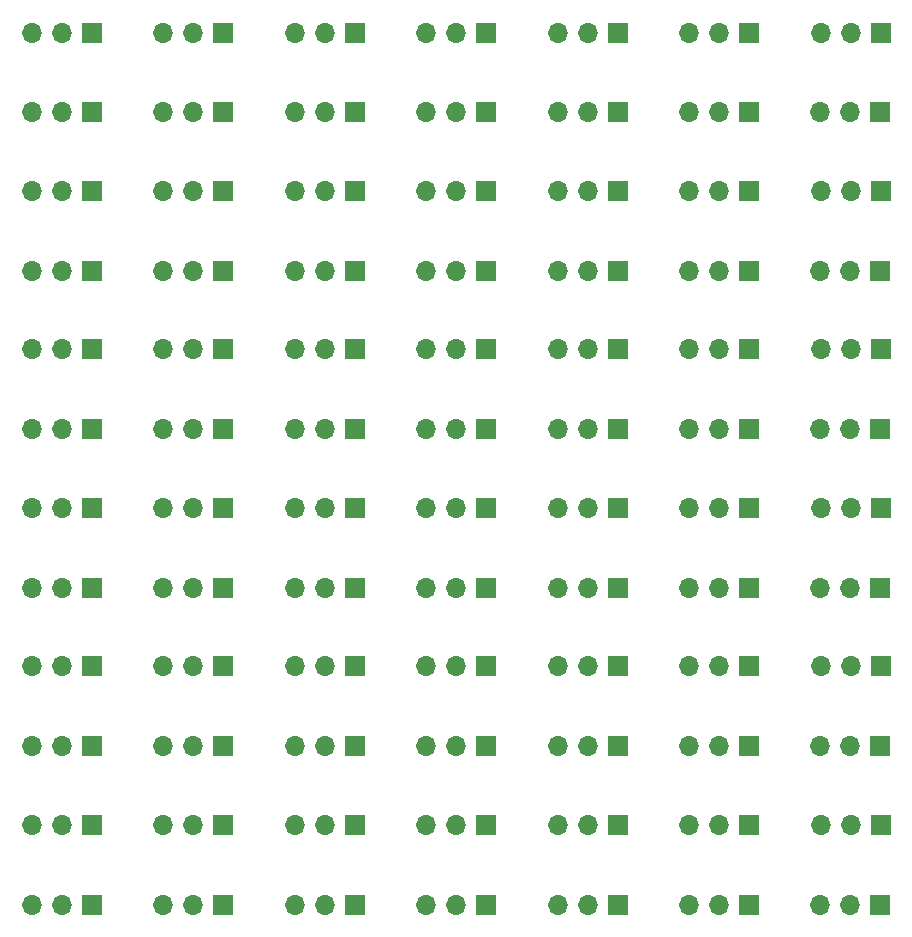
<source format=gbr>
%TF.GenerationSoftware,KiCad,Pcbnew,(6.0.5-0)*%
%TF.CreationDate,2022-12-26T11:12:43+01:00*%
%TF.ProjectId,panel,70616e65-6c2e-46b6-9963-61645f706362,rev?*%
%TF.SameCoordinates,Original*%
%TF.FileFunction,Copper,L1,Top*%
%TF.FilePolarity,Positive*%
%FSLAX46Y46*%
G04 Gerber Fmt 4.6, Leading zero omitted, Abs format (unit mm)*
G04 Created by KiCad (PCBNEW (6.0.5-0)) date 2022-12-26 11:12:43*
%MOMM*%
%LPD*%
G01*
G04 APERTURE LIST*
%TA.AperFunction,ComponentPad*%
%ADD10R,1.700000X1.700000*%
%TD*%
%TA.AperFunction,ComponentPad*%
%ADD11O,1.700000X1.700000*%
%TD*%
G04 APERTURE END LIST*
D10*
%TO.P,J1,1,Pin_1*%
%TO.N,Board_29-Net-(C3-Pad2)*%
X32666200Y-77241200D03*
D11*
%TO.P,J1,2,Pin_2*%
%TO.N,Board_29-Net-(C1-Pad1)*%
X30126200Y-77241200D03*
%TO.P,J1,3,Pin_3*%
%TO.N,Board_29-GND*%
X27586200Y-77241200D03*
%TD*%
D10*
%TO.P,J2,1,Pin_1*%
%TO.N,Board_21-Net-(C4-Pad1)*%
X21553200Y-57057200D03*
D11*
%TO.P,J2,2,Pin_2*%
%TO.N,Board_21-Net-(C2-Pad1)*%
X19013200Y-57057200D03*
%TO.P,J2,3,Pin_3*%
%TO.N,Board_21-GND*%
X16473200Y-57057200D03*
%TD*%
D10*
%TO.P,J2,1,Pin_1*%
%TO.N,Board_13-Net-(C4-Pad1)*%
X88321200Y-30229200D03*
D11*
%TO.P,J2,2,Pin_2*%
%TO.N,Board_13-Net-(C2-Pad1)*%
X85781200Y-30229200D03*
%TO.P,J2,3,Pin_3*%
%TO.N,Board_13-GND*%
X83241200Y-30229200D03*
%TD*%
D10*
%TO.P,J2,1,Pin_1*%
%TO.N,Board_6-Net-(C4-Pad1)*%
X88321200Y-16815200D03*
D11*
%TO.P,J2,2,Pin_2*%
%TO.N,Board_6-Net-(C2-Pad1)*%
X85781200Y-16815200D03*
%TO.P,J2,3,Pin_3*%
%TO.N,Board_6-GND*%
X83241200Y-16815200D03*
%TD*%
D10*
%TO.P,J2,1,Pin_1*%
%TO.N,Board_4-Net-(C4-Pad1)*%
X66065200Y-16815200D03*
D11*
%TO.P,J2,2,Pin_2*%
%TO.N,Board_4-Net-(C2-Pad1)*%
X63525200Y-16815200D03*
%TO.P,J2,3,Pin_3*%
%TO.N,Board_4-GND*%
X60985200Y-16815200D03*
%TD*%
D10*
%TO.P,J1,1,Pin_1*%
%TO.N,Board_28-Net-(C3-Pad2)*%
X21538200Y-77241200D03*
D11*
%TO.P,J1,2,Pin_2*%
%TO.N,Board_28-Net-(C1-Pad1)*%
X18998200Y-77241200D03*
%TO.P,J1,3,Pin_3*%
%TO.N,Board_28-GND*%
X16458200Y-77241200D03*
%TD*%
D10*
%TO.P,J2,1,Pin_1*%
%TO.N,Board_0-Net-(C4-Pad1)*%
X21553200Y-16815200D03*
D11*
%TO.P,J2,2,Pin_2*%
%TO.N,Board_0-Net-(C2-Pad1)*%
X19013200Y-16815200D03*
%TO.P,J2,3,Pin_3*%
%TO.N,Board_0-GND*%
X16473200Y-16815200D03*
%TD*%
D10*
%TO.P,J1,1,Pin_1*%
%TO.N,Board_24-Net-(C3-Pad2)*%
X54922200Y-63827200D03*
D11*
%TO.P,J1,2,Pin_2*%
%TO.N,Board_24-Net-(C1-Pad1)*%
X52382200Y-63827200D03*
%TO.P,J1,3,Pin_3*%
%TO.N,Board_24-GND*%
X49842200Y-63827200D03*
%TD*%
D10*
%TO.P,J2,1,Pin_1*%
%TO.N,Board_9-Net-(C4-Pad1)*%
X43809200Y-30229200D03*
D11*
%TO.P,J2,2,Pin_2*%
%TO.N,Board_9-Net-(C2-Pad1)*%
X41269200Y-30229200D03*
%TO.P,J2,3,Pin_3*%
%TO.N,Board_9-GND*%
X38729200Y-30229200D03*
%TD*%
D10*
%TO.P,J2,1,Pin_1*%
%TO.N,Board_35-Net-(C4-Pad1)*%
X21553200Y-83885200D03*
D11*
%TO.P,J2,2,Pin_2*%
%TO.N,Board_35-Net-(C2-Pad1)*%
X19013200Y-83885200D03*
%TO.P,J2,3,Pin_3*%
%TO.N,Board_35-GND*%
X16473200Y-83885200D03*
%TD*%
D10*
%TO.P,J1,1,Pin_1*%
%TO.N,Board_32-Net-(C3-Pad2)*%
X66050200Y-77241200D03*
D11*
%TO.P,J1,2,Pin_2*%
%TO.N,Board_32-Net-(C1-Pad1)*%
X63510200Y-77241200D03*
%TO.P,J1,3,Pin_3*%
%TO.N,Board_32-GND*%
X60970200Y-77241200D03*
%TD*%
D10*
%TO.P,J2,1,Pin_1*%
%TO.N,Board_2-Net-(C4-Pad1)*%
X43809200Y-16815200D03*
D11*
%TO.P,J2,2,Pin_2*%
%TO.N,Board_2-Net-(C2-Pad1)*%
X41269200Y-16815200D03*
%TO.P,J2,3,Pin_3*%
%TO.N,Board_2-GND*%
X38729200Y-16815200D03*
%TD*%
D10*
%TO.P,J2,1,Pin_1*%
%TO.N,Board_3-Net-(C4-Pad1)*%
X54937200Y-16815200D03*
D11*
%TO.P,J2,2,Pin_2*%
%TO.N,Board_3-Net-(C2-Pad1)*%
X52397200Y-16815200D03*
%TO.P,J2,3,Pin_3*%
%TO.N,Board_3-GND*%
X49857200Y-16815200D03*
%TD*%
D10*
%TO.P,J2,1,Pin_1*%
%TO.N,Board_29-Net-(C4-Pad1)*%
X32681200Y-70471200D03*
D11*
%TO.P,J2,2,Pin_2*%
%TO.N,Board_29-Net-(C2-Pad1)*%
X30141200Y-70471200D03*
%TO.P,J2,3,Pin_3*%
%TO.N,Board_29-GND*%
X27601200Y-70471200D03*
%TD*%
D10*
%TO.P,J1,1,Pin_1*%
%TO.N,Board_12-Net-(C3-Pad2)*%
X77178200Y-36999200D03*
D11*
%TO.P,J1,2,Pin_2*%
%TO.N,Board_12-Net-(C1-Pad1)*%
X74638200Y-36999200D03*
%TO.P,J1,3,Pin_3*%
%TO.N,Board_12-GND*%
X72098200Y-36999200D03*
%TD*%
D10*
%TO.P,J1,1,Pin_1*%
%TO.N,Board_8-Net-(C3-Pad2)*%
X32666200Y-36999200D03*
D11*
%TO.P,J1,2,Pin_2*%
%TO.N,Board_8-Net-(C1-Pad1)*%
X30126200Y-36999200D03*
%TO.P,J1,3,Pin_3*%
%TO.N,Board_8-GND*%
X27586200Y-36999200D03*
%TD*%
D10*
%TO.P,J2,1,Pin_1*%
%TO.N,Board_5-Net-(C4-Pad1)*%
X77193200Y-16815200D03*
D11*
%TO.P,J2,2,Pin_2*%
%TO.N,Board_5-Net-(C2-Pad1)*%
X74653200Y-16815200D03*
%TO.P,J2,3,Pin_3*%
%TO.N,Board_5-GND*%
X72113200Y-16815200D03*
%TD*%
D10*
%TO.P,J1,1,Pin_1*%
%TO.N,Board_3-Net-(C3-Pad2)*%
X54922200Y-23585200D03*
D11*
%TO.P,J1,2,Pin_2*%
%TO.N,Board_3-Net-(C1-Pad1)*%
X52382200Y-23585200D03*
%TO.P,J1,3,Pin_3*%
%TO.N,Board_3-GND*%
X49842200Y-23585200D03*
%TD*%
D10*
%TO.P,J2,1,Pin_1*%
%TO.N,Board_7-Net-(C4-Pad1)*%
X21553200Y-30229200D03*
D11*
%TO.P,J2,2,Pin_2*%
%TO.N,Board_7-Net-(C2-Pad1)*%
X19013200Y-30229200D03*
%TO.P,J2,3,Pin_3*%
%TO.N,Board_7-GND*%
X16473200Y-30229200D03*
%TD*%
D10*
%TO.P,J1,1,Pin_1*%
%TO.N,Board_10-Net-(C3-Pad2)*%
X54922200Y-36999200D03*
D11*
%TO.P,J1,2,Pin_2*%
%TO.N,Board_10-Net-(C1-Pad1)*%
X52382200Y-36999200D03*
%TO.P,J1,3,Pin_3*%
%TO.N,Board_10-GND*%
X49842200Y-36999200D03*
%TD*%
D10*
%TO.P,J2,1,Pin_1*%
%TO.N,Board_22-Net-(C4-Pad1)*%
X32681200Y-57057200D03*
D11*
%TO.P,J2,2,Pin_2*%
%TO.N,Board_22-Net-(C2-Pad1)*%
X30141200Y-57057200D03*
%TO.P,J2,3,Pin_3*%
%TO.N,Board_22-GND*%
X27601200Y-57057200D03*
%TD*%
D10*
%TO.P,J1,1,Pin_1*%
%TO.N,Board_35-Net-(C3-Pad2)*%
X21538200Y-90655200D03*
D11*
%TO.P,J1,2,Pin_2*%
%TO.N,Board_35-Net-(C1-Pad1)*%
X18998200Y-90655200D03*
%TO.P,J1,3,Pin_3*%
%TO.N,Board_35-GND*%
X16458200Y-90655200D03*
%TD*%
D10*
%TO.P,J2,1,Pin_1*%
%TO.N,Board_1-Net-(C4-Pad1)*%
X32681200Y-16815200D03*
D11*
%TO.P,J2,2,Pin_2*%
%TO.N,Board_1-Net-(C2-Pad1)*%
X30141200Y-16815200D03*
%TO.P,J2,3,Pin_3*%
%TO.N,Board_1-GND*%
X27601200Y-16815200D03*
%TD*%
D10*
%TO.P,J2,1,Pin_1*%
%TO.N,Board_20-Net-(C4-Pad1)*%
X88321200Y-43643200D03*
D11*
%TO.P,J2,2,Pin_2*%
%TO.N,Board_20-Net-(C2-Pad1)*%
X85781200Y-43643200D03*
%TO.P,J2,3,Pin_3*%
%TO.N,Board_20-GND*%
X83241200Y-43643200D03*
%TD*%
D10*
%TO.P,J1,1,Pin_1*%
%TO.N,Board_30-Net-(C3-Pad2)*%
X43794200Y-77241200D03*
D11*
%TO.P,J1,2,Pin_2*%
%TO.N,Board_30-Net-(C1-Pad1)*%
X41254200Y-77241200D03*
%TO.P,J1,3,Pin_3*%
%TO.N,Board_30-GND*%
X38714200Y-77241200D03*
%TD*%
D10*
%TO.P,J1,1,Pin_1*%
%TO.N,Board_11-Net-(C3-Pad2)*%
X66050200Y-36999200D03*
D11*
%TO.P,J1,2,Pin_2*%
%TO.N,Board_11-Net-(C1-Pad1)*%
X63510200Y-36999200D03*
%TO.P,J1,3,Pin_3*%
%TO.N,Board_11-GND*%
X60970200Y-36999200D03*
%TD*%
D10*
%TO.P,J1,1,Pin_1*%
%TO.N,Board_15-Net-(C3-Pad2)*%
X32666200Y-50413200D03*
D11*
%TO.P,J1,2,Pin_2*%
%TO.N,Board_15-Net-(C1-Pad1)*%
X30126200Y-50413200D03*
%TO.P,J1,3,Pin_3*%
%TO.N,Board_15-GND*%
X27586200Y-50413200D03*
%TD*%
D10*
%TO.P,J1,1,Pin_1*%
%TO.N,Board_6-Net-(C3-Pad2)*%
X88306200Y-23585200D03*
D11*
%TO.P,J1,2,Pin_2*%
%TO.N,Board_6-Net-(C1-Pad1)*%
X85766200Y-23585200D03*
%TO.P,J1,3,Pin_3*%
%TO.N,Board_6-GND*%
X83226200Y-23585200D03*
%TD*%
D10*
%TO.P,J2,1,Pin_1*%
%TO.N,Board_15-Net-(C4-Pad1)*%
X32681200Y-43643200D03*
D11*
%TO.P,J2,2,Pin_2*%
%TO.N,Board_15-Net-(C2-Pad1)*%
X30141200Y-43643200D03*
%TO.P,J2,3,Pin_3*%
%TO.N,Board_15-GND*%
X27601200Y-43643200D03*
%TD*%
D10*
%TO.P,J1,1,Pin_1*%
%TO.N,Board_17-Net-(C3-Pad2)*%
X54922200Y-50413200D03*
D11*
%TO.P,J1,2,Pin_2*%
%TO.N,Board_17-Net-(C1-Pad1)*%
X52382200Y-50413200D03*
%TO.P,J1,3,Pin_3*%
%TO.N,Board_17-GND*%
X49842200Y-50413200D03*
%TD*%
D10*
%TO.P,J2,1,Pin_1*%
%TO.N,Board_18-Net-(C4-Pad1)*%
X66065200Y-43643200D03*
D11*
%TO.P,J2,2,Pin_2*%
%TO.N,Board_18-Net-(C2-Pad1)*%
X63525200Y-43643200D03*
%TO.P,J2,3,Pin_3*%
%TO.N,Board_18-GND*%
X60985200Y-43643200D03*
%TD*%
D10*
%TO.P,J1,1,Pin_1*%
%TO.N,Board_5-Net-(C3-Pad2)*%
X77178200Y-23585200D03*
D11*
%TO.P,J1,2,Pin_2*%
%TO.N,Board_5-Net-(C1-Pad1)*%
X74638200Y-23585200D03*
%TO.P,J1,3,Pin_3*%
%TO.N,Board_5-GND*%
X72098200Y-23585200D03*
%TD*%
D10*
%TO.P,J2,1,Pin_1*%
%TO.N,Board_37-Net-(C4-Pad1)*%
X43809200Y-83885200D03*
D11*
%TO.P,J2,2,Pin_2*%
%TO.N,Board_37-Net-(C2-Pad1)*%
X41269200Y-83885200D03*
%TO.P,J2,3,Pin_3*%
%TO.N,Board_37-GND*%
X38729200Y-83885200D03*
%TD*%
D10*
%TO.P,J1,1,Pin_1*%
%TO.N,Board_13-Net-(C3-Pad2)*%
X88306200Y-36999200D03*
D11*
%TO.P,J1,2,Pin_2*%
%TO.N,Board_13-Net-(C1-Pad1)*%
X85766200Y-36999200D03*
%TO.P,J1,3,Pin_3*%
%TO.N,Board_13-GND*%
X83226200Y-36999200D03*
%TD*%
D10*
%TO.P,J1,1,Pin_1*%
%TO.N,Board_16-Net-(C3-Pad2)*%
X43794200Y-50413200D03*
D11*
%TO.P,J1,2,Pin_2*%
%TO.N,Board_16-Net-(C1-Pad1)*%
X41254200Y-50413200D03*
%TO.P,J1,3,Pin_3*%
%TO.N,Board_16-GND*%
X38714200Y-50413200D03*
%TD*%
D10*
%TO.P,J2,1,Pin_1*%
%TO.N,Board_8-Net-(C4-Pad1)*%
X32681200Y-30229200D03*
D11*
%TO.P,J2,2,Pin_2*%
%TO.N,Board_8-Net-(C2-Pad1)*%
X30141200Y-30229200D03*
%TO.P,J2,3,Pin_3*%
%TO.N,Board_8-GND*%
X27601200Y-30229200D03*
%TD*%
D10*
%TO.P,J2,1,Pin_1*%
%TO.N,Board_27-Net-(C4-Pad1)*%
X88321200Y-57057200D03*
D11*
%TO.P,J2,2,Pin_2*%
%TO.N,Board_27-Net-(C2-Pad1)*%
X85781200Y-57057200D03*
%TO.P,J2,3,Pin_3*%
%TO.N,Board_27-GND*%
X83241200Y-57057200D03*
%TD*%
D10*
%TO.P,J2,1,Pin_1*%
%TO.N,Board_40-Net-(C4-Pad1)*%
X77193200Y-83885200D03*
D11*
%TO.P,J2,2,Pin_2*%
%TO.N,Board_40-Net-(C2-Pad1)*%
X74653200Y-83885200D03*
%TO.P,J2,3,Pin_3*%
%TO.N,Board_40-GND*%
X72113200Y-83885200D03*
%TD*%
D10*
%TO.P,J1,1,Pin_1*%
%TO.N,Board_39-Net-(C3-Pad2)*%
X66050200Y-90655200D03*
D11*
%TO.P,J1,2,Pin_2*%
%TO.N,Board_39-Net-(C1-Pad1)*%
X63510200Y-90655200D03*
%TO.P,J1,3,Pin_3*%
%TO.N,Board_39-GND*%
X60970200Y-90655200D03*
%TD*%
D10*
%TO.P,J1,1,Pin_1*%
%TO.N,Board_4-Net-(C3-Pad2)*%
X66050200Y-23585200D03*
D11*
%TO.P,J1,2,Pin_2*%
%TO.N,Board_4-Net-(C1-Pad1)*%
X63510200Y-23585200D03*
%TO.P,J1,3,Pin_3*%
%TO.N,Board_4-GND*%
X60970200Y-23585200D03*
%TD*%
D10*
%TO.P,J2,1,Pin_1*%
%TO.N,Board_17-Net-(C4-Pad1)*%
X54937200Y-43643200D03*
D11*
%TO.P,J2,2,Pin_2*%
%TO.N,Board_17-Net-(C2-Pad1)*%
X52397200Y-43643200D03*
%TO.P,J2,3,Pin_3*%
%TO.N,Board_17-GND*%
X49857200Y-43643200D03*
%TD*%
D10*
%TO.P,J2,1,Pin_1*%
%TO.N,Board_14-Net-(C4-Pad1)*%
X21553200Y-43643200D03*
D11*
%TO.P,J2,2,Pin_2*%
%TO.N,Board_14-Net-(C2-Pad1)*%
X19013200Y-43643200D03*
%TO.P,J2,3,Pin_3*%
%TO.N,Board_14-GND*%
X16473200Y-43643200D03*
%TD*%
D10*
%TO.P,J2,1,Pin_1*%
%TO.N,Board_32-Net-(C4-Pad1)*%
X66065200Y-70471200D03*
D11*
%TO.P,J2,2,Pin_2*%
%TO.N,Board_32-Net-(C2-Pad1)*%
X63525200Y-70471200D03*
%TO.P,J2,3,Pin_3*%
%TO.N,Board_32-GND*%
X60985200Y-70471200D03*
%TD*%
D10*
%TO.P,J1,1,Pin_1*%
%TO.N,Board_25-Net-(C3-Pad2)*%
X66050200Y-63827200D03*
D11*
%TO.P,J1,2,Pin_2*%
%TO.N,Board_25-Net-(C1-Pad1)*%
X63510200Y-63827200D03*
%TO.P,J1,3,Pin_3*%
%TO.N,Board_25-GND*%
X60970200Y-63827200D03*
%TD*%
D10*
%TO.P,J2,1,Pin_1*%
%TO.N,Board_26-Net-(C4-Pad1)*%
X77193200Y-57057200D03*
D11*
%TO.P,J2,2,Pin_2*%
%TO.N,Board_26-Net-(C2-Pad1)*%
X74653200Y-57057200D03*
%TO.P,J2,3,Pin_3*%
%TO.N,Board_26-GND*%
X72113200Y-57057200D03*
%TD*%
D10*
%TO.P,J1,1,Pin_1*%
%TO.N,Board_33-Net-(C3-Pad2)*%
X77178200Y-77241200D03*
D11*
%TO.P,J1,2,Pin_2*%
%TO.N,Board_33-Net-(C1-Pad1)*%
X74638200Y-77241200D03*
%TO.P,J1,3,Pin_3*%
%TO.N,Board_33-GND*%
X72098200Y-77241200D03*
%TD*%
D10*
%TO.P,J1,1,Pin_1*%
%TO.N,Board_27-Net-(C3-Pad2)*%
X88306200Y-63827200D03*
D11*
%TO.P,J1,2,Pin_2*%
%TO.N,Board_27-Net-(C1-Pad1)*%
X85766200Y-63827200D03*
%TO.P,J1,3,Pin_3*%
%TO.N,Board_27-GND*%
X83226200Y-63827200D03*
%TD*%
D10*
%TO.P,J1,1,Pin_1*%
%TO.N,Board_18-Net-(C3-Pad2)*%
X66050200Y-50413200D03*
D11*
%TO.P,J1,2,Pin_2*%
%TO.N,Board_18-Net-(C1-Pad1)*%
X63510200Y-50413200D03*
%TO.P,J1,3,Pin_3*%
%TO.N,Board_18-GND*%
X60970200Y-50413200D03*
%TD*%
D10*
%TO.P,J2,1,Pin_1*%
%TO.N,Board_33-Net-(C4-Pad1)*%
X77193200Y-70471200D03*
D11*
%TO.P,J2,2,Pin_2*%
%TO.N,Board_33-Net-(C2-Pad1)*%
X74653200Y-70471200D03*
%TO.P,J2,3,Pin_3*%
%TO.N,Board_33-GND*%
X72113200Y-70471200D03*
%TD*%
D10*
%TO.P,J1,1,Pin_1*%
%TO.N,Board_26-Net-(C3-Pad2)*%
X77178200Y-63827200D03*
D11*
%TO.P,J1,2,Pin_2*%
%TO.N,Board_26-Net-(C1-Pad1)*%
X74638200Y-63827200D03*
%TO.P,J1,3,Pin_3*%
%TO.N,Board_26-GND*%
X72098200Y-63827200D03*
%TD*%
D10*
%TO.P,J1,1,Pin_1*%
%TO.N,Board_19-Net-(C3-Pad2)*%
X77178200Y-50413200D03*
D11*
%TO.P,J1,2,Pin_2*%
%TO.N,Board_19-Net-(C1-Pad1)*%
X74638200Y-50413200D03*
%TO.P,J1,3,Pin_3*%
%TO.N,Board_19-GND*%
X72098200Y-50413200D03*
%TD*%
D10*
%TO.P,J2,1,Pin_1*%
%TO.N,Board_16-Net-(C4-Pad1)*%
X43809200Y-43643200D03*
D11*
%TO.P,J2,2,Pin_2*%
%TO.N,Board_16-Net-(C2-Pad1)*%
X41269200Y-43643200D03*
%TO.P,J2,3,Pin_3*%
%TO.N,Board_16-GND*%
X38729200Y-43643200D03*
%TD*%
D10*
%TO.P,J1,1,Pin_1*%
%TO.N,Board_0-Net-(C3-Pad2)*%
X21538200Y-23585200D03*
D11*
%TO.P,J1,2,Pin_2*%
%TO.N,Board_0-Net-(C1-Pad1)*%
X18998200Y-23585200D03*
%TO.P,J1,3,Pin_3*%
%TO.N,Board_0-GND*%
X16458200Y-23585200D03*
%TD*%
D10*
%TO.P,J2,1,Pin_1*%
%TO.N,Board_28-Net-(C4-Pad1)*%
X21553200Y-70471200D03*
D11*
%TO.P,J2,2,Pin_2*%
%TO.N,Board_28-Net-(C2-Pad1)*%
X19013200Y-70471200D03*
%TO.P,J2,3,Pin_3*%
%TO.N,Board_28-GND*%
X16473200Y-70471200D03*
%TD*%
D10*
%TO.P,J2,1,Pin_1*%
%TO.N,Board_38-Net-(C4-Pad1)*%
X54937200Y-83885200D03*
D11*
%TO.P,J2,2,Pin_2*%
%TO.N,Board_38-Net-(C2-Pad1)*%
X52397200Y-83885200D03*
%TO.P,J2,3,Pin_3*%
%TO.N,Board_38-GND*%
X49857200Y-83885200D03*
%TD*%
D10*
%TO.P,J2,1,Pin_1*%
%TO.N,Board_12-Net-(C4-Pad1)*%
X77193200Y-30229200D03*
D11*
%TO.P,J2,2,Pin_2*%
%TO.N,Board_12-Net-(C2-Pad1)*%
X74653200Y-30229200D03*
%TO.P,J2,3,Pin_3*%
%TO.N,Board_12-GND*%
X72113200Y-30229200D03*
%TD*%
D10*
%TO.P,J1,1,Pin_1*%
%TO.N,Board_40-Net-(C3-Pad2)*%
X77178200Y-90655200D03*
D11*
%TO.P,J1,2,Pin_2*%
%TO.N,Board_40-Net-(C1-Pad1)*%
X74638200Y-90655200D03*
%TO.P,J1,3,Pin_3*%
%TO.N,Board_40-GND*%
X72098200Y-90655200D03*
%TD*%
D10*
%TO.P,J2,1,Pin_1*%
%TO.N,Board_31-Net-(C4-Pad1)*%
X54937200Y-70471200D03*
D11*
%TO.P,J2,2,Pin_2*%
%TO.N,Board_31-Net-(C2-Pad1)*%
X52397200Y-70471200D03*
%TO.P,J2,3,Pin_3*%
%TO.N,Board_31-GND*%
X49857200Y-70471200D03*
%TD*%
D10*
%TO.P,J2,1,Pin_1*%
%TO.N,Board_34-Net-(C4-Pad1)*%
X88321200Y-70471200D03*
D11*
%TO.P,J2,2,Pin_2*%
%TO.N,Board_34-Net-(C2-Pad1)*%
X85781200Y-70471200D03*
%TO.P,J2,3,Pin_3*%
%TO.N,Board_34-GND*%
X83241200Y-70471200D03*
%TD*%
D10*
%TO.P,J2,1,Pin_1*%
%TO.N,Board_23-Net-(C4-Pad1)*%
X43809200Y-57057200D03*
D11*
%TO.P,J2,2,Pin_2*%
%TO.N,Board_23-Net-(C2-Pad1)*%
X41269200Y-57057200D03*
%TO.P,J2,3,Pin_3*%
%TO.N,Board_23-GND*%
X38729200Y-57057200D03*
%TD*%
D10*
%TO.P,J1,1,Pin_1*%
%TO.N,Board_41-Net-(C3-Pad2)*%
X88306200Y-90655200D03*
D11*
%TO.P,J1,2,Pin_2*%
%TO.N,Board_41-Net-(C1-Pad1)*%
X85766200Y-90655200D03*
%TO.P,J1,3,Pin_3*%
%TO.N,Board_41-GND*%
X83226200Y-90655200D03*
%TD*%
D10*
%TO.P,J1,1,Pin_1*%
%TO.N,Board_31-Net-(C3-Pad2)*%
X54922200Y-77241200D03*
D11*
%TO.P,J1,2,Pin_2*%
%TO.N,Board_31-Net-(C1-Pad1)*%
X52382200Y-77241200D03*
%TO.P,J1,3,Pin_3*%
%TO.N,Board_31-GND*%
X49842200Y-77241200D03*
%TD*%
D10*
%TO.P,J1,1,Pin_1*%
%TO.N,Board_7-Net-(C3-Pad2)*%
X21538200Y-36999200D03*
D11*
%TO.P,J1,2,Pin_2*%
%TO.N,Board_7-Net-(C1-Pad1)*%
X18998200Y-36999200D03*
%TO.P,J1,3,Pin_3*%
%TO.N,Board_7-GND*%
X16458200Y-36999200D03*
%TD*%
D10*
%TO.P,J1,1,Pin_1*%
%TO.N,Board_21-Net-(C3-Pad2)*%
X21538200Y-63827200D03*
D11*
%TO.P,J1,2,Pin_2*%
%TO.N,Board_21-Net-(C1-Pad1)*%
X18998200Y-63827200D03*
%TO.P,J1,3,Pin_3*%
%TO.N,Board_21-GND*%
X16458200Y-63827200D03*
%TD*%
D10*
%TO.P,J1,1,Pin_1*%
%TO.N,Board_14-Net-(C3-Pad2)*%
X21538200Y-50413200D03*
D11*
%TO.P,J1,2,Pin_2*%
%TO.N,Board_14-Net-(C1-Pad1)*%
X18998200Y-50413200D03*
%TO.P,J1,3,Pin_3*%
%TO.N,Board_14-GND*%
X16458200Y-50413200D03*
%TD*%
D10*
%TO.P,J1,1,Pin_1*%
%TO.N,Board_37-Net-(C3-Pad2)*%
X43794200Y-90655200D03*
D11*
%TO.P,J1,2,Pin_2*%
%TO.N,Board_37-Net-(C1-Pad1)*%
X41254200Y-90655200D03*
%TO.P,J1,3,Pin_3*%
%TO.N,Board_37-GND*%
X38714200Y-90655200D03*
%TD*%
D10*
%TO.P,J2,1,Pin_1*%
%TO.N,Board_30-Net-(C4-Pad1)*%
X43809200Y-70471200D03*
D11*
%TO.P,J2,2,Pin_2*%
%TO.N,Board_30-Net-(C2-Pad1)*%
X41269200Y-70471200D03*
%TO.P,J2,3,Pin_3*%
%TO.N,Board_30-GND*%
X38729200Y-70471200D03*
%TD*%
D10*
%TO.P,J1,1,Pin_1*%
%TO.N,Board_38-Net-(C3-Pad2)*%
X54922200Y-90655200D03*
D11*
%TO.P,J1,2,Pin_2*%
%TO.N,Board_38-Net-(C1-Pad1)*%
X52382200Y-90655200D03*
%TO.P,J1,3,Pin_3*%
%TO.N,Board_38-GND*%
X49842200Y-90655200D03*
%TD*%
D10*
%TO.P,J1,1,Pin_1*%
%TO.N,Board_20-Net-(C3-Pad2)*%
X88306200Y-50413200D03*
D11*
%TO.P,J1,2,Pin_2*%
%TO.N,Board_20-Net-(C1-Pad1)*%
X85766200Y-50413200D03*
%TO.P,J1,3,Pin_3*%
%TO.N,Board_20-GND*%
X83226200Y-50413200D03*
%TD*%
D10*
%TO.P,J2,1,Pin_1*%
%TO.N,Board_24-Net-(C4-Pad1)*%
X54937200Y-57057200D03*
D11*
%TO.P,J2,2,Pin_2*%
%TO.N,Board_24-Net-(C2-Pad1)*%
X52397200Y-57057200D03*
%TO.P,J2,3,Pin_3*%
%TO.N,Board_24-GND*%
X49857200Y-57057200D03*
%TD*%
D10*
%TO.P,J2,1,Pin_1*%
%TO.N,Board_25-Net-(C4-Pad1)*%
X66065200Y-57057200D03*
D11*
%TO.P,J2,2,Pin_2*%
%TO.N,Board_25-Net-(C2-Pad1)*%
X63525200Y-57057200D03*
%TO.P,J2,3,Pin_3*%
%TO.N,Board_25-GND*%
X60985200Y-57057200D03*
%TD*%
D10*
%TO.P,J1,1,Pin_1*%
%TO.N,Board_1-Net-(C3-Pad2)*%
X32666200Y-23585200D03*
D11*
%TO.P,J1,2,Pin_2*%
%TO.N,Board_1-Net-(C1-Pad1)*%
X30126200Y-23585200D03*
%TO.P,J1,3,Pin_3*%
%TO.N,Board_1-GND*%
X27586200Y-23585200D03*
%TD*%
D10*
%TO.P,J1,1,Pin_1*%
%TO.N,Board_36-Net-(C3-Pad2)*%
X32666200Y-90655200D03*
D11*
%TO.P,J1,2,Pin_2*%
%TO.N,Board_36-Net-(C1-Pad1)*%
X30126200Y-90655200D03*
%TO.P,J1,3,Pin_3*%
%TO.N,Board_36-GND*%
X27586200Y-90655200D03*
%TD*%
D10*
%TO.P,J1,1,Pin_1*%
%TO.N,Board_22-Net-(C3-Pad2)*%
X32666200Y-63827200D03*
D11*
%TO.P,J1,2,Pin_2*%
%TO.N,Board_22-Net-(C1-Pad1)*%
X30126200Y-63827200D03*
%TO.P,J1,3,Pin_3*%
%TO.N,Board_22-GND*%
X27586200Y-63827200D03*
%TD*%
D10*
%TO.P,J2,1,Pin_1*%
%TO.N,Board_10-Net-(C4-Pad1)*%
X54937200Y-30229200D03*
D11*
%TO.P,J2,2,Pin_2*%
%TO.N,Board_10-Net-(C2-Pad1)*%
X52397200Y-30229200D03*
%TO.P,J2,3,Pin_3*%
%TO.N,Board_10-GND*%
X49857200Y-30229200D03*
%TD*%
D10*
%TO.P,J2,1,Pin_1*%
%TO.N,Board_11-Net-(C4-Pad1)*%
X66065200Y-30229200D03*
D11*
%TO.P,J2,2,Pin_2*%
%TO.N,Board_11-Net-(C2-Pad1)*%
X63525200Y-30229200D03*
%TO.P,J2,3,Pin_3*%
%TO.N,Board_11-GND*%
X60985200Y-30229200D03*
%TD*%
D10*
%TO.P,J1,1,Pin_1*%
%TO.N,Board_2-Net-(C3-Pad2)*%
X43794200Y-23585200D03*
D11*
%TO.P,J1,2,Pin_2*%
%TO.N,Board_2-Net-(C1-Pad1)*%
X41254200Y-23585200D03*
%TO.P,J1,3,Pin_3*%
%TO.N,Board_2-GND*%
X38714200Y-23585200D03*
%TD*%
D10*
%TO.P,J2,1,Pin_1*%
%TO.N,Board_39-Net-(C4-Pad1)*%
X66065200Y-83885200D03*
D11*
%TO.P,J2,2,Pin_2*%
%TO.N,Board_39-Net-(C2-Pad1)*%
X63525200Y-83885200D03*
%TO.P,J2,3,Pin_3*%
%TO.N,Board_39-GND*%
X60985200Y-83885200D03*
%TD*%
D10*
%TO.P,J2,1,Pin_1*%
%TO.N,Board_36-Net-(C4-Pad1)*%
X32681200Y-83885200D03*
D11*
%TO.P,J2,2,Pin_2*%
%TO.N,Board_36-Net-(C2-Pad1)*%
X30141200Y-83885200D03*
%TO.P,J2,3,Pin_3*%
%TO.N,Board_36-GND*%
X27601200Y-83885200D03*
%TD*%
D10*
%TO.P,J1,1,Pin_1*%
%TO.N,Board_34-Net-(C3-Pad2)*%
X88306200Y-77241200D03*
D11*
%TO.P,J1,2,Pin_2*%
%TO.N,Board_34-Net-(C1-Pad1)*%
X85766200Y-77241200D03*
%TO.P,J1,3,Pin_3*%
%TO.N,Board_34-GND*%
X83226200Y-77241200D03*
%TD*%
D10*
%TO.P,J2,1,Pin_1*%
%TO.N,Board_19-Net-(C4-Pad1)*%
X77193200Y-43643200D03*
D11*
%TO.P,J2,2,Pin_2*%
%TO.N,Board_19-Net-(C2-Pad1)*%
X74653200Y-43643200D03*
%TO.P,J2,3,Pin_3*%
%TO.N,Board_19-GND*%
X72113200Y-43643200D03*
%TD*%
D10*
%TO.P,J1,1,Pin_1*%
%TO.N,Board_9-Net-(C3-Pad2)*%
X43794200Y-36999200D03*
D11*
%TO.P,J1,2,Pin_2*%
%TO.N,Board_9-Net-(C1-Pad1)*%
X41254200Y-36999200D03*
%TO.P,J1,3,Pin_3*%
%TO.N,Board_9-GND*%
X38714200Y-36999200D03*
%TD*%
D10*
%TO.P,J1,1,Pin_1*%
%TO.N,Board_23-Net-(C3-Pad2)*%
X43794200Y-63827200D03*
D11*
%TO.P,J1,2,Pin_2*%
%TO.N,Board_23-Net-(C1-Pad1)*%
X41254200Y-63827200D03*
%TO.P,J1,3,Pin_3*%
%TO.N,Board_23-GND*%
X38714200Y-63827200D03*
%TD*%
D10*
%TO.P,J2,1,Pin_1*%
%TO.N,Board_41-Net-(C4-Pad1)*%
X88321200Y-83885200D03*
D11*
%TO.P,J2,2,Pin_2*%
%TO.N,Board_41-Net-(C2-Pad1)*%
X85781200Y-83885200D03*
%TO.P,J2,3,Pin_3*%
%TO.N,Board_41-GND*%
X83241200Y-83885200D03*
%TD*%
M02*

</source>
